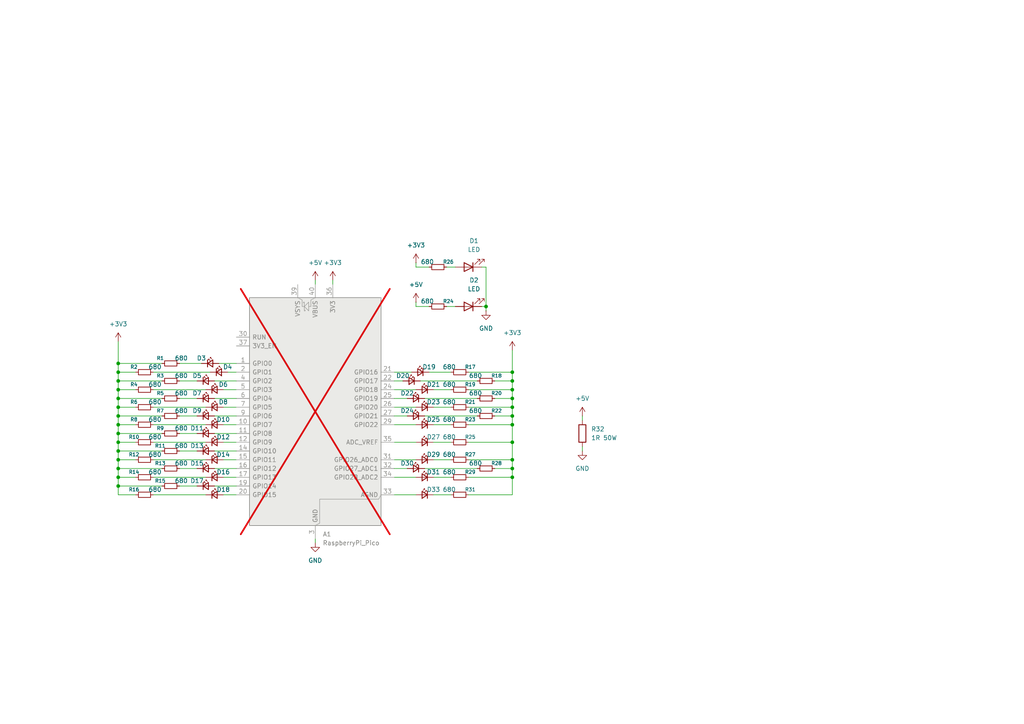
<source format=kicad_sch>
(kicad_sch (version 20250114) (generator "eeschema") (generator_version "9.0")
  (paper "A4")
  (lib_symbols
    (symbol "Device:LED" (pin_numbers (hide yes)) (pin_names (offset 1.016) (hide yes))
      (property "Reference" "D" (at 0 2.54 0))
      (property "Value" "LED" (at 0 -2.54 0))
      (symbol "LED_0_1"
        (polyline (pts (xy -3.048 -0.762) (xy -4.572 -2.286) (xy -3.81 -2.286) (xy -4.572 -2.286) (xy -4.572 -1.524)))
        (polyline (pts (xy -1.778 -0.762) (xy -3.302 -2.286) (xy -2.54 -2.286) (xy -3.302 -2.286) (xy -3.302 -1.524)))
        (polyline (pts (xy -1.27 0) (xy 1.27 0)))
        (polyline (pts (xy -1.27 -1.27) (xy -1.27 1.27)) (stroke (width 0.254)))
        (polyline (pts (xy 1.27 -1.27) (xy 1.27 1.27) (xy -1.27 0) (xy 1.27 -1.27)) (stroke (width 0.254)))
      )
      (symbol "LED_1_1"
        (pin passive line (at -3.81 0 0) (length 2.54) (name "K") (number "1"))
        (pin passive line (at 3.81 0 180) (length 2.54) (name "A") (number "2"))
      )
    )
    (symbol "Device:LED_Small" (pin_numbers (hide yes)) (pin_names (offset 0.254) (hide yes))
      (property "Reference" "D" (at -1.27 3.175 0))
      (property "Value" "LED_Small" (at -4.445 -2.54 0))
      (symbol "LED_Small_0_1"
        (polyline (pts (xy -0.762 -1.016) (xy -0.762 1.016)) (stroke (width 0.254)))
        (polyline (pts (xy 0 0.762) (xy -0.508 1.27) (xy -0.254 1.27) (xy -0.508 1.27) (xy -0.508 1.016)))
        (polyline (pts (xy 0.508 1.27) (xy 0 1.778) (xy 0.254 1.778) (xy 0 1.778) (xy 0 1.524)))
        (polyline (pts (xy 0.762 -1.016) (xy -0.762 0) (xy 0.762 1.016) (xy 0.762 -1.016)) (stroke (width 0.254)))
        (polyline (pts (xy 1.016 0) (xy -0.762 0)))
      )
      (symbol "LED_Small_1_1"
        (pin passive line (at -2.54 0 0) (length 1.778) (name "K") (number "1"))
        (pin passive line (at 2.54 0 180) (length 1.778) (name "A") (number "2"))
      )
    )
    (symbol "Device:R" (pin_numbers (hide yes)) (pin_names (offset 0))
      (property "Reference" "R" (at 2.032 0 90))
      (property "Value" "R" (at 0 0 90))
      (symbol "R_0_1"
        (rectangle (start -1.016 -2.54) (end 1.016 2.54) (stroke (width 0.254)))
      )
      (symbol "R_1_1"
        (pin passive line (at 0 3.81 270) (length 1.27) (name "~") (number "1"))
        (pin passive line (at 0 -3.81 90) (length 1.27) (name "~") (number "2"))
      )
    )
    (symbol "Device:R_Small" (pin_numbers (hide yes)) (pin_names (offset 0.254) (hide yes))
      (property "Reference" "R" (at 0 0 90))
      (property "Value" "R_Small" (at 1.778 0 90))
      (symbol "R_Small_0_1"
        (rectangle (start -0.762 1.778) (end 0.762 -1.778) (stroke (width 0.2032)))
      )
      (symbol "R_Small_1_1"
        (pin passive line (at 0 2.54 270) (length 0.762) (name "~") (number "1"))
        (pin passive line (at 0 -2.54 90) (length 0.762) (name "~") (number "2"))
      )
    )
    (symbol "MCU_Module:RaspberryPi_Pico" (pin_names (offset 0.762))
      (property "Reference" "A" (at -19.05 35.56 0))
      (property "Value" "RaspberryPi_Pico" (at 7.62 35.56 0))
      (symbol "RaspberryPi_Pico_0_1"
        (rectangle (start -19.05 34.29) (end 19.05 -31.75) (stroke (width 0.254)) (fill (type background)))
        (polyline (pts (xy -5.08 34.29) (xy -3.81 33.655) (xy -3.81 31.75) (xy -3.175 31.75)))
        (polyline (pts (xy -3.429 32.766) (xy -3.429 33.02) (xy -3.175 33.02) (xy -3.175 30.48) (xy -2.921 30.48) (xy -2.921 30.734)))
        (polyline (pts (xy -3.175 31.75) (xy -1.905 33.02) (xy -1.905 30.48) (xy -3.175 31.75)))
        (polyline (pts (xy 0 34.29) (xy -1.27 33.655) (xy -1.27 31.75) (xy -1.905 31.75)))
        (polyline (pts (xy 0 -31.75) (xy 1.27 -31.115) (xy 1.27 -24.13) (xy 18.415 -24.13) (xy 19.05 -22.86)))
      )
      (symbol "RaspberryPi_Pico_1_1"
        (pin passive line (at -22.86 22.86 0) (length 3.81) (name "RUN") (number "30"))
        (pin passive line (at -22.86 20.32 0) (length 3.81) (name "3V3_EN") (number "37"))
        (pin bidirectional line (at -22.86 15.24 0) (length 3.81) (name "GPIO0") (number "1"))
        (pin bidirectional line (at -22.86 12.7 0) (length 3.81) (name "GPIO1") (number "2"))
        (pin bidirectional line (at -22.86 10.16 0) (length 3.81) (name "GPIO2") (number "4"))
        (pin bidirectional line (at -22.86 7.62 0) (length 3.81) (name "GPIO3") (number "5"))
        (pin bidirectional line (at -22.86 5.08 0) (length 3.81) (name "GPIO4") (number "6"))
        (pin bidirectional line (at -22.86 2.54 0) (length 3.81) (name "GPIO5") (number "7"))
        (pin bidirectional line (at -22.86 0 0) (length 3.81) (name "GPIO6") (number "9"))
        (pin bidirectional line (at -22.86 -2.54 0) (length 3.81) (name "GPIO7") (number "10"))
        (pin bidirectional line (at -22.86 -5.08 0) (length 3.81) (name "GPIO8") (number "11"))
        (pin bidirectional line (at -22.86 -7.62 0) (length 3.81) (name "GPIO9") (number "12"))
        (pin bidirectional line (at -22.86 -10.16 0) (length 3.81) (name "GPIO10") (number "14"))
        (pin bidirectional line (at -22.86 -12.7 0) (length 3.81) (name "GPIO11") (number "15"))
        (pin bidirectional line (at -22.86 -15.24 0) (length 3.81) (name "GPIO12") (number "16"))
        (pin bidirectional line (at -22.86 -17.78 0) (length 3.81) (name "GPIO13") (number "17"))
        (pin bidirectional line (at -22.86 -20.32 0) (length 3.81) (name "GPIO14") (number "19"))
        (pin bidirectional line (at -22.86 -22.86 0) (length 3.81) (name "GPIO15") (number "20"))
        (pin power_in line (at -5.08 38.1 270) (length 3.81) (name "VSYS") (number "39"))
        (pin power_out line (at 0 38.1 270) (length 3.81) (name "VBUS") (number "40"))
        (pin passive line (at 0 -35.56 90) (length 3.81) (hide yes) (name "GND") (number "13"))
        (pin passive line (at 0 -35.56 90) (length 3.81) (hide yes) (name "GND") (number "18"))
        (pin passive line (at 0 -35.56 90) (length 3.81) (hide yes) (name "GND") (number "23"))
        (pin passive line (at 0 -35.56 90) (length 3.81) (hide yes) (name "GND") (number "28"))
        (pin power_out line (at 0 -35.56 90) (length 3.81) (name "GND") (number "3"))
        (pin passive line (at 0 -35.56 90) (length 3.81) (hide yes) (name "GND") (number "38"))
        (pin passive line (at 0 -35.56 90) (length 3.81) (hide yes) (name "GND") (number "8"))
        (pin power_out line (at 5.08 38.1 270) (length 3.81) (name "3V3") (number "36"))
        (pin bidirectional line (at 22.86 12.7 180) (length 3.81) (name "GPIO16") (number "21"))
        (pin bidirectional line (at 22.86 10.16 180) (length 3.81) (name "GPIO17") (number "22"))
        (pin bidirectional line (at 22.86 7.62 180) (length 3.81) (name "GPIO18") (number "24"))
        (pin bidirectional line (at 22.86 5.08 180) (length 3.81) (name "GPIO19") (number "25"))
        (pin bidirectional line (at 22.86 2.54 180) (length 3.81) (name "GPIO20") (number "26"))
        (pin bidirectional line (at 22.86 0 180) (length 3.81) (name "GPIO21") (number "27"))
        (pin bidirectional line (at 22.86 -2.54 180) (length 3.81) (name "GPIO22") (number "29"))
        (pin power_in line (at 22.86 -7.62 180) (length 3.81) (name "ADC_VREF") (number "35"))
        (pin bidirectional line (at 22.86 -12.7 180) (length 3.81) (name "GPIO26_ADC0") (number "31"))
        (pin bidirectional line (at 22.86 -15.24 180) (length 3.81) (name "GPIO27_ADC1") (number "32"))
        (pin bidirectional line (at 22.86 -17.78 180) (length 3.81) (name "GPIO28_ADC2") (number "34"))
        (pin power_out line (at 22.86 -22.86 180) (length 3.81) (name "AGND") (number "33"))
      )
    )
    (symbol "power:+3V3" (power) (pin_numbers (hide yes)) (pin_names (offset 0) (hide yes))
      (property "Value" "+3V3" (at 0 3.556 0))
      (symbol "+3V3_0_1"
        (polyline (pts (xy -0.762 1.27) (xy 0 2.54)))
        (polyline (pts (xy 0 2.54) (xy 0.762 1.27)))
        (polyline (pts (xy 0 0) (xy 0 2.54)))
      )
      (symbol "+3V3_1_1"
        (pin power_in line (at 0 0 90) (length 0) (name "~") (number "1"))
      )
    )
    (symbol "power:+5V" (power) (pin_numbers (hide yes)) (pin_names (offset 0) (hide yes))
      (property "Value" "+5V" (at 0 3.556 0))
      (symbol "+5V_0_1"
        (polyline (pts (xy -0.762 1.27) (xy 0 2.54)))
        (polyline (pts (xy 0 2.54) (xy 0.762 1.27)))
        (polyline (pts (xy 0 0) (xy 0 2.54)))
      )
      (symbol "+5V_1_1"
        (pin power_in line (at 0 0 90) (length 0) (name "~") (number "1"))
      )
    )
    (symbol "power:GND" (power) (pin_numbers (hide yes)) (pin_names (offset 0) (hide yes))
      (property "Value" "GND" (at 0 -3.81 0))
      (symbol "GND_0_1"
        (polyline (pts (xy 0 0) (xy 0 -1.27) (xy 1.27 -1.27) (xy 0 -2.54) (xy -1.27 -1.27) (xy 0 -1.27)))
      )
      (symbol "GND_1_1"
        (pin power_in line (at 0 0 270) (length 0) (name "~") (number "1"))
      )
    )
  )
  (junction (at 34.29 128.27))
  (junction (at 148.59 118.11))
  (junction (at 34.29 140.97))
  (junction (at 34.29 123.19))
  (junction (at 34.29 110.49))
  (junction (at 148.59 120.65))
  (junction (at 148.59 138.43))
  (junction (at 148.59 133.35))
  (junction (at 148.59 135.89))
  (junction (at 148.59 123.19))
  (junction (at 34.29 130.81))
  (junction (at 34.29 105.41))
  (junction (at 148.59 115.57))
  (junction (at 34.29 120.65))
  (junction (at 34.29 115.57))
  (junction (at 148.59 128.27))
  (junction (at 34.29 113.03))
  (junction (at 34.29 118.11))
  (junction (at 34.29 125.73))
  (junction (at 34.29 135.89))
  (junction (at 140.97 88.9))
  (junction (at 148.59 113.03))
  (junction (at 148.59 107.95))
  (junction (at 34.29 133.35))
  (junction (at 34.29 138.43))
  (junction (at 148.59 110.49))
  (junction (at 34.29 107.95))
  (wire (pts (xy 52.07 125.73) (xy 57.15 125.73)))
  (wire (pts (xy 148.59 128.27) (xy 148.59 133.35)))
  (wire (pts (xy 130.81 118.11) (xy 125.73 118.11)))
  (wire (pts (xy 44.45 128.27) (xy 59.69 128.27)))
  (wire (pts (xy 44.45 143.51) (xy 59.69 143.51)))
  (wire (pts (xy 119.38 107.95) (xy 114.3 107.95)))
  (wire (pts (xy 46.99 140.97) (xy 34.29 140.97)))
  (wire (pts (xy 64.77 113.03) (xy 68.58 113.03)))
  (wire (pts (xy 135.89 107.95) (xy 148.59 107.95)))
  (wire (pts (xy 34.29 123.19) (xy 34.29 125.73)))
  (wire (pts (xy 46.99 110.49) (xy 34.29 110.49)))
  (wire (pts (xy 138.43 135.89) (xy 123.19 135.89)))
  (wire (pts (xy 120.65 138.43) (xy 114.3 138.43)))
  (wire (pts (xy 120.65 113.03) (xy 114.3 113.03)))
  (wire (pts (xy 62.23 115.57) (xy 68.58 115.57)))
  (wire (pts (xy 34.29 138.43) (xy 34.29 140.97)))
  (wire (pts (xy 62.23 125.73) (xy 68.58 125.73)))
  (wire (pts (xy 129.54 88.9) (xy 132.08 88.9)))
  (wire (pts (xy 135.89 133.35) (xy 148.59 133.35)))
  (wire (pts (xy 44.45 138.43) (xy 59.69 138.43)))
  (wire (pts (xy 52.07 130.81) (xy 57.15 130.81)))
  (wire (pts (xy 39.37 107.95) (xy 34.29 107.95)))
  (wire (pts (xy 148.59 101.6) (xy 148.59 107.95)))
  (wire (pts (xy 34.29 115.57) (xy 34.29 118.11)))
  (wire (pts (xy 39.37 138.43) (xy 34.29 138.43)))
  (wire (pts (xy 34.29 118.11) (xy 39.37 118.11)))
  (wire (pts (xy 46.99 120.65) (xy 34.29 120.65)))
  (wire (pts (xy 62.23 130.81) (xy 68.58 130.81)))
  (wire (pts (xy 46.99 125.73) (xy 34.29 125.73)))
  (wire (pts (xy 46.99 135.89) (xy 34.29 135.89)))
  (wire (pts (xy 64.77 133.35) (xy 68.58 133.35)))
  (wire (pts (xy 34.29 133.35) (xy 34.29 135.89)))
  (wire (pts (xy 130.81 123.19) (xy 125.73 123.19)))
  (wire (pts (xy 135.89 118.11) (xy 148.59 118.11)))
  (wire (pts (xy 52.07 140.97) (xy 57.15 140.97)))
  (wire (pts (xy 140.97 77.47) (xy 139.7 77.47)))
  (wire (pts (xy 138.43 110.49) (xy 121.92 110.49)))
  (wire (pts (xy 34.29 113.03) (xy 34.29 115.57)))
  (wire (pts (xy 148.59 135.89) (xy 148.59 138.43)))
  (wire (pts (xy 44.45 133.35) (xy 59.69 133.35)))
  (wire (pts (xy 96.52 81.28) (xy 96.52 82.55)))
  (wire (pts (xy 120.65 87.63) (xy 120.65 88.9)))
  (wire (pts (xy 34.29 135.89) (xy 34.29 138.43)))
  (wire (pts (xy 34.29 128.27) (xy 34.29 130.81)))
  (wire (pts (xy 120.65 77.47) (xy 120.65 76.2)))
  (wire (pts (xy 138.43 120.65) (xy 123.19 120.65)))
  (wire (pts (xy 143.51 115.57) (xy 148.59 115.57)))
  (wire (pts (xy 52.07 105.41) (xy 58.42 105.41)))
  (wire (pts (xy 139.7 88.9) (xy 140.97 88.9)))
  (wire (pts (xy 130.81 107.95) (xy 124.46 107.95)))
  (wire (pts (xy 64.77 123.19) (xy 68.58 123.19)))
  (wire (pts (xy 118.11 115.57) (xy 114.3 115.57)))
  (wire (pts (xy 135.89 143.51) (xy 148.59 143.51)))
  (wire (pts (xy 148.59 107.95) (xy 148.59 110.49)))
  (wire (pts (xy 148.59 135.89) (xy 143.51 135.89)))
  (wire (pts (xy 130.81 138.43) (xy 125.73 138.43)))
  (wire (pts (xy 34.29 130.81) (xy 34.29 133.35)))
  (wire (pts (xy 39.37 128.27) (xy 34.29 128.27)))
  (wire (pts (xy 138.43 115.57) (xy 123.19 115.57)))
  (wire (pts (xy 130.81 133.35) (xy 125.73 133.35)))
  (wire (pts (xy 52.07 120.65) (xy 57.15 120.65)))
  (wire (pts (xy 148.59 133.35) (xy 148.59 135.89)))
  (wire (pts (xy 39.37 143.51) (xy 34.29 143.51)))
  (wire (pts (xy 148.59 118.11) (xy 148.59 120.65)))
  (wire (pts (xy 148.59 138.43) (xy 148.59 143.51)))
  (wire (pts (xy 44.45 123.19) (xy 59.69 123.19)))
  (wire (pts (xy 91.44 81.28) (xy 91.44 82.55)))
  (wire (pts (xy 135.89 128.27) (xy 148.59 128.27)))
  (wire (pts (xy 168.91 120.65) (xy 168.91 121.92)))
  (wire (pts (xy 120.65 118.11) (xy 114.3 118.11)))
  (wire (pts (xy 64.77 138.43) (xy 68.58 138.43)))
  (wire (pts (xy 140.97 88.9) (xy 140.97 77.47)))
  (wire (pts (xy 46.99 130.81) (xy 34.29 130.81)))
  (wire (pts (xy 148.59 110.49) (xy 148.59 113.03)))
  (wire (pts (xy 64.77 118.11) (xy 68.58 118.11)))
  (wire (pts (xy 62.23 120.65) (xy 68.58 120.65)))
  (wire (pts (xy 34.29 105.41) (xy 34.29 107.95)))
  (wire (pts (xy 140.97 90.17) (xy 140.97 88.9)))
  (wire (pts (xy 120.65 77.47) (xy 124.46 77.47)))
  (wire (pts (xy 135.89 123.19) (xy 148.59 123.19)))
  (wire (pts (xy 135.89 138.43) (xy 148.59 138.43)))
  (wire (pts (xy 120.65 88.9) (xy 124.46 88.9)))
  (wire (pts (xy 148.59 115.57) (xy 148.59 118.11)))
  (wire (pts (xy 62.23 110.49) (xy 68.58 110.49)))
  (wire (pts (xy 130.81 113.03) (xy 125.73 113.03)))
  (wire (pts (xy 39.37 123.19) (xy 34.29 123.19)))
  (wire (pts (xy 52.07 110.49) (xy 57.15 110.49)))
  (wire (pts (xy 129.54 77.47) (xy 132.08 77.47)))
  (wire (pts (xy 44.45 107.95) (xy 60.96 107.95)))
  (wire (pts (xy 34.29 99.06) (xy 34.29 105.41)))
  (wire (pts (xy 148.59 123.19) (xy 148.59 128.27)))
  (wire (pts (xy 34.29 107.95) (xy 34.29 110.49)))
  (wire (pts (xy 148.59 120.65) (xy 143.51 120.65)))
  (wire (pts (xy 143.51 110.49) (xy 148.59 110.49)))
  (wire (pts (xy 66.04 107.95) (xy 68.58 107.95)))
  (wire (pts (xy 120.65 133.35) (xy 114.3 133.35)))
  (wire (pts (xy 46.99 115.57) (xy 34.29 115.57)))
  (wire (pts (xy 120.65 123.19) (xy 114.3 123.19)))
  (wire (pts (xy 39.37 113.03) (xy 34.29 113.03)))
  (wire (pts (xy 34.29 125.73) (xy 34.29 128.27)))
  (wire (pts (xy 34.29 120.65) (xy 34.29 123.19)))
  (wire (pts (xy 63.5 105.41) (xy 68.58 105.41)))
  (wire (pts (xy 64.77 128.27) (xy 68.58 128.27)))
  (wire (pts (xy 52.07 115.57) (xy 57.15 115.57)))
  (wire (pts (xy 34.29 133.35) (xy 39.37 133.35)))
  (wire (pts (xy 44.45 113.03) (xy 59.69 113.03)))
  (wire (pts (xy 34.29 143.51) (xy 34.29 140.97)))
  (wire (pts (xy 148.59 120.65) (xy 148.59 123.19)))
  (wire (pts (xy 46.99 105.41) (xy 34.29 105.41)))
  (wire (pts (xy 130.81 143.51) (xy 125.73 143.51)))
  (wire (pts (xy 148.59 113.03) (xy 148.59 115.57)))
  (wire (pts (xy 120.65 128.27) (xy 114.3 128.27)))
  (wire (pts (xy 62.23 140.97) (xy 68.58 140.97)))
  (wire (pts (xy 64.77 143.51) (xy 68.58 143.51)))
  (wire (pts (xy 34.29 110.49) (xy 34.29 113.03)))
  (wire (pts (xy 62.23 135.89) (xy 68.58 135.89)))
  (wire (pts (xy 52.07 135.89) (xy 57.15 135.89)))
  (wire (pts (xy 118.11 135.89) (xy 114.3 135.89)))
  (wire (pts (xy 44.45 118.11) (xy 59.69 118.11)))
  (wire (pts (xy 120.65 143.51) (xy 114.3 143.51)))
  (wire (pts (xy 130.81 128.27) (xy 125.73 128.27)))
  (wire (pts (xy 116.84 110.49) (xy 114.3 110.49)))
  (wire (pts (xy 168.91 129.54) (xy 168.91 130.81)))
  (wire (pts (xy 91.44 156.21) (xy 91.44 157.48)))
  (wire (pts (xy 34.29 118.11) (xy 34.29 120.65)))
  (wire (pts (xy 118.11 120.65) (xy 114.3 120.65)))
  (wire (pts (xy 135.89 113.03) (xy 148.59 113.03)))
  (symbol (lib_id "power:+5V") (at 91.44 81.28 0) (unit 1)
    (property "Reference" "#PWR01" (effects (hide yes)))
    (property "Value" "+5V" (at 91.44 76.2 0))
    (property "Description" "Power symbol creates a global label with name \"+5V\"" (effects (hide yes)))
  )
  (symbol (lib_id "Device:R_Small") (at 133.35 128.27 270) (mirror x) (unit 1)
    (property "Reference" "R25" (at 136.398 126.746 90) (effects (font (size 1.016 1.016))))
    (property "Value" "680" (at 130.302 126.746 90))
    (property "Footprint" "Resistor_SMD:R_0603_1608Metric" (effects (hide yes)))
    (property "Description" "Resistor, small symbol" (effects (hide yes)))
    (property "LCSC Part #" "C23228" (effects (hide yes)))
  )
  (symbol (lib_id "Device:LED_Small") (at 120.65 120.65 0) (mirror y) (unit 1)
    (property "Reference" "D24" (at 118.11 119.126 0))
    (property "Value" "LED" (effects (hide yes)))
    (property "Footprint" "LED_SMD:LED_0603_1608Metric" (effects (hide yes)))
    (property "Description" "Light emitting diode, small symbol" (effects (hide yes)))
    (property "Sim.Pins" "1=K 2=A" (effects (hide yes)))
    (property "LCSC Part #" "C2290" (effects (hide yes)))
  )
  (symbol (lib_id "Device:R_Small") (at 133.35 133.35 270) (mirror x) (unit 1)
    (property "Reference" "R27" (at 136.398 131.826 90) (effects (font (size 1.016 1.016))))
    (property "Value" "680" (at 130.302 131.826 90))
    (property "Footprint" "Resistor_SMD:R_0603_1608Metric" (effects (hide yes)))
    (property "Description" "Resistor, small symbol" (effects (hide yes)))
    (property "LCSC Part #" "C23228" (effects (hide yes)))
  )
  (symbol (lib_id "Device:LED_Small") (at 123.19 143.51 0) (mirror y) (unit 1)
    (property "Reference" "D33" (at 125.73 141.986 0))
    (property "Value" "LED" (effects (hide yes)))
    (property "Footprint" "LED_SMD:LED_0603_1608Metric" (effects (hide yes)))
    (property "Description" "Light emitting diode, small symbol" (effects (hide yes)))
    (property "Sim.Pins" "1=K 2=A" (effects (hide yes)))
    (property "LCSC Part #" "C2290" (effects (hide yes)))
  )
  (symbol (lib_id "Device:LED_Small") (at 59.69 135.89 0) (unit 1)
    (property "Reference" "D15" (at 57.15 134.366 0))
    (property "Value" "LED" (effects (hide yes)))
    (property "Footprint" "LED_SMD:LED_0603_1608Metric" (effects (hide yes)))
    (property "Description" "Light emitting diode, small symbol" (effects (hide yes)))
    (property "Sim.Pins" "1=K 2=A" (effects (hide yes)))
    (property "LCSC Part #" "C2290" (effects (hide yes)))
  )
  (symbol (lib_id "Device:R_Small") (at 133.35 123.19 270) (mirror x) (unit 1)
    (property "Reference" "R23" (at 136.398 121.666 90) (effects (font (size 1.016 1.016))))
    (property "Value" "680" (at 130.302 121.666 90))
    (property "Footprint" "Resistor_SMD:R_0603_1608Metric" (effects (hide yes)))
    (property "Description" "Resistor, small symbol" (effects (hide yes)))
    (property "LCSC Part #" "C23228" (effects (hide yes)))
  )
  (symbol (lib_id "Device:R_Small") (at 133.35 113.03 270) (mirror x) (unit 1)
    (property "Reference" "R19" (at 136.398 111.506 90) (effects (font (size 1.016 1.016))))
    (property "Value" "680" (at 130.302 111.506 90))
    (property "Footprint" "Resistor_SMD:R_0603_1608Metric" (effects (hide yes)))
    (property "Description" "Resistor, small symbol" (effects (hide yes)))
    (property "LCSC Part #" "C23228" (effects (hide yes)))
  )
  (symbol (lib_id "Device:R_Small") (at 41.91 138.43 90) (unit 1)
    (property "Reference" "R14" (at 38.862 136.906 90) (effects (font (size 1.016 1.016))))
    (property "Value" "680" (at 44.958 136.906 90))
    (property "Footprint" "Resistor_SMD:R_0603_1608Metric" (effects (hide yes)))
    (property "Description" "Resistor, small symbol" (effects (hide yes)))
    (property "LCSC Part #" "C23228" (effects (hide yes)))
  )
  (symbol (lib_id "Device:R_Small") (at 49.53 125.73 90) (unit 1)
    (property "Reference" "R9" (at 46.482 124.206 90) (effects (font (size 1.016 1.016))))
    (property "Value" "680" (at 52.578 124.206 90))
    (property "Footprint" "Resistor_SMD:R_0603_1608Metric" (effects (hide yes)))
    (property "Description" "Resistor, small symbol" (effects (hide yes)))
    (property "LCSC Part #" "C23228" (effects (hide yes)))
  )
  (symbol (lib_id "power:+3V3") (at 34.29 99.06 0) (unit 1)
    (property "Reference" "#PWR05" (effects (hide yes)))
    (property "Value" "+3V3" (at 34.29 93.98 0))
    (property "Description" "Power symbol creates a global label with name \"+3V3\"" (effects (hide yes)))
  )
  (symbol (lib_id "Device:LED_Small") (at 60.96 105.41 0) (unit 1)
    (property "Reference" "D3" (at 58.42 103.886 0))
    (property "Value" "LED" (effects (hide yes)))
    (property "Footprint" "LED_SMD:LED_0603_1608Metric" (effects (hide yes)))
    (property "Description" "Light emitting diode, small symbol" (effects (hide yes)))
    (property "Sim.Pins" "1=K 2=A" (effects (hide yes)))
    (property "LCSC Part #" "C2290" (effects (hide yes)))
  )
  (symbol (lib_id "Device:LED_Small") (at 62.23 113.03 0) (unit 1)
    (property "Reference" "D6" (at 64.77 111.506 0))
    (property "Value" "LED" (effects (hide yes)))
    (property "Footprint" "LED_SMD:LED_0603_1608Metric" (effects (hide yes)))
    (property "Description" "Light emitting diode, small symbol" (effects (hide yes)))
    (property "Sim.Pins" "1=K 2=A" (effects (hide yes)))
    (property "LCSC Part #" "C2290" (effects (hide yes)))
  )
  (symbol (lib_id "Device:R_Small") (at 49.53 135.89 90) (unit 1)
    (property "Reference" "R13" (at 46.482 134.366 90) (effects (font (size 1.016 1.016))))
    (property "Value" "680" (at 52.578 134.366 90))
    (property "Footprint" "Resistor_SMD:R_0603_1608Metric" (effects (hide yes)))
    (property "Description" "Resistor, small symbol" (effects (hide yes)))
    (property "LCSC Part #" "C23228" (effects (hide yes)))
  )
  (symbol (lib_id "Device:LED_Small") (at 59.69 125.73 0) (unit 1)
    (property "Reference" "D11" (at 57.15 124.206 0))
    (property "Value" "LED" (effects (hide yes)))
    (property "Footprint" "LED_SMD:LED_0603_1608Metric" (effects (hide yes)))
    (property "Description" "Light emitting diode, small symbol" (effects (hide yes)))
    (property "Sim.Pins" "1=K 2=A" (effects (hide yes)))
    (property "LCSC Part #" "C2290" (effects (hide yes)))
  )
  (symbol (lib_id "power:GND") (at 168.91 130.81 0) (unit 1)
    (property "Reference" "#PWR09" (effects (hide yes)))
    (property "Value" "GND" (at 168.91 135.89 0))
    (property "Description" "Power symbol creates a global label with name \"GND\" , ground" (effects (hide yes)))
  )
  (symbol (lib_id "Device:LED_Small") (at 59.69 115.57 0) (unit 1)
    (property "Reference" "D7" (at 57.15 114.046 0))
    (property "Value" "LED" (effects (hide yes)))
    (property "Footprint" "LED_SMD:LED_0603_1608Metric" (effects (hide yes)))
    (property "Description" "Light emitting diode, small symbol" (effects (hide yes)))
    (property "Sim.Pins" "1=K 2=A" (effects (hide yes)))
    (property "LCSC Part #" "C2290" (effects (hide yes)))
  )
  (symbol (lib_id "Device:R_Small") (at 41.91 113.03 90) (unit 1)
    (property "Reference" "R4" (at 38.862 111.506 90) (effects (font (size 1.016 1.016))))
    (property "Value" "680" (at 44.958 111.506 90))
    (property "Footprint" "Resistor_SMD:R_0603_1608Metric" (effects (hide yes)))
    (property "Description" "Resistor, small symbol" (effects (hide yes)))
    (property "LCSC Part #" "C23228" (effects (hide yes)))
  )
  (symbol (lib_id "Device:LED_Small") (at 123.19 113.03 0) (mirror y) (unit 1)
    (property "Reference" "D21" (at 125.73 111.506 0))
    (property "Value" "LED" (effects (hide yes)))
    (property "Footprint" "LED_SMD:LED_0603_1608Metric" (effects (hide yes)))
    (property "Description" "Light emitting diode, small symbol" (effects (hide yes)))
    (property "Sim.Pins" "1=K 2=A" (effects (hide yes)))
    (property "LCSC Part #" "C2290" (effects (hide yes)))
  )
  (symbol (lib_id "Device:R_Small") (at 49.53 110.49 90) (unit 1)
    (property "Reference" "R3" (at 46.482 108.966 90) (effects (font (size 1.016 1.016))))
    (property "Value" "680" (at 52.578 108.966 90))
    (property "Footprint" "Resistor_SMD:R_0603_1608Metric" (effects (hide yes)))
    (property "Description" "Resistor, small symbol" (effects (hide yes)))
    (property "LCSC Part #" "C23228" (effects (hide yes)))
  )
  (symbol (lib_id "Device:LED_Small") (at 120.65 115.57 0) (mirror y) (unit 1)
    (property "Reference" "D22" (at 118.11 114.046 0))
    (property "Value" "LED" (effects (hide yes)))
    (property "Footprint" "LED_SMD:LED_0603_1608Metric" (effects (hide yes)))
    (property "Description" "Light emitting diode, small symbol" (effects (hide yes)))
    (property "Sim.Pins" "1=K 2=A" (effects (hide yes)))
    (property "LCSC Part #" "C2290" (effects (hide yes)))
  )
  (symbol (lib_id "Device:LED_Small") (at 62.23 128.27 0) (unit 1)
    (property "Reference" "D12" (at 64.77 126.746 0))
    (property "Value" "LED" (effects (hide yes)))
    (property "Footprint" "LED_SMD:LED_0603_1608Metric" (effects (hide yes)))
    (property "Description" "Light emitting diode, small symbol" (effects (hide yes)))
    (property "Sim.Pins" "1=K 2=A" (effects (hide yes)))
    (property "LCSC Part #" "C2290" (effects (hide yes)))
  )
  (symbol (lib_id "Device:LED_Small") (at 123.19 128.27 0) (mirror y) (unit 1)
    (property "Reference" "D27" (at 125.73 126.746 0))
    (property "Value" "LED" (effects (hide yes)))
    (property "Footprint" "LED_SMD:LED_0603_1608Metric" (effects (hide yes)))
    (property "Description" "Light emitting diode, small symbol" (effects (hide yes)))
    (property "Sim.Pins" "1=K 2=A" (effects (hide yes)))
    (property "LCSC Part #" "C2290" (effects (hide yes)))
  )
  (symbol (lib_id "Device:R") (at 168.91 125.73 180) (unit 1)
    (property "Reference" "R32" (at 171.45 124.4599 0) (effects (justify right)))
    (property "Value" "1R 50W" (at 171.45 126.9999 0) (effects (justify right)))
    (property "Footprint" "Package_TO_SOT_SMD:TO-263-2_TabPin1" (effects (hide yes)))
    (property "Description" "Resistor" (effects (hide yes)))
    (property "LCSC Part #" "C39221240" (effects (hide yes)))
  )
  (symbol (lib_id "Device:R_Small") (at 41.91 123.19 90) (unit 1)
    (property "Reference" "R8" (at 38.862 121.666 90) (effects (font (size 1.016 1.016))))
    (property "Value" "680" (at 44.958 121.666 90))
    (property "Footprint" "Resistor_SMD:R_0603_1608Metric" (effects (hide yes)))
    (property "Description" "Resistor, small symbol" (effects (hide yes)))
    (property "LCSC Part #" "C23228" (effects (hide yes)))
  )
  (symbol (lib_id "Device:LED_Small") (at 59.69 130.81 0) (unit 1)
    (property "Reference" "D13" (at 57.15 129.286 0))
    (property "Value" "LED" (effects (hide yes)))
    (property "Footprint" "LED_SMD:LED_0603_1608Metric" (effects (hide yes)))
    (property "Description" "Light emitting diode, small symbol" (effects (hide yes)))
    (property "Sim.Pins" "1=K 2=A" (effects (hide yes)))
    (property "LCSC Part #" "C2290" (effects (hide yes)))
  )
  (symbol (lib_id "power:+3V3") (at 120.65 76.2 0) (unit 1)
    (property "Reference" "#PWR03" (effects (hide yes)))
    (property "Value" "+3V3" (at 120.65 71.12 0))
    (property "Description" "Power symbol creates a global label with name \"+3V3\"" (effects (hide yes)))
  )
  (symbol (lib_id "Device:R_Small") (at 133.35 107.95 270) (mirror x) (unit 1)
    (property "Reference" "R17" (at 136.398 106.426 90) (effects (font (size 1.016 1.016))))
    (property "Value" "680" (at 130.302 106.426 90))
    (property "Footprint" "Resistor_SMD:R_0603_1608Metric" (effects (hide yes)))
    (property "Description" "Resistor, small symbol" (effects (hide yes)))
    (property "LCSC Part #" "C23228" (effects (hide yes)))
  )
  (symbol (lib_id "power:+3V3") (at 96.52 81.28 0) (unit 1)
    (property "Reference" "#PWR02" (effects (hide yes)))
    (property "Value" "+3V3" (at 96.52 76.2 0))
    (property "Description" "Power symbol creates a global label with name \"+3V3\"" (effects (hide yes)))
  )
  (symbol (lib_id "Device:LED_Small") (at 123.19 133.35 0) (mirror y) (unit 1)
    (property "Reference" "D29" (at 125.73 131.826 0))
    (property "Value" "LED" (effects (hide yes)))
    (property "Footprint" "LED_SMD:LED_0603_1608Metric" (effects (hide yes)))
    (property "Description" "Light emitting diode, small symbol" (effects (hide yes)))
    (property "Sim.Pins" "1=K 2=A" (effects (hide yes)))
    (property "LCSC Part #" "C2290" (effects (hide yes)))
  )
  (symbol (lib_id "Device:LED_Small") (at 63.5 107.95 0) (unit 1)
    (property "Reference" "D4" (at 66.04 106.426 0))
    (property "Value" "LED" (effects (hide yes)))
    (property "Footprint" "LED_SMD:LED_0603_1608Metric" (effects (hide yes)))
    (property "Description" "Light emitting diode, small symbol" (effects (hide yes)))
    (property "Sim.Pins" "1=K 2=A" (effects (hide yes)))
    (property "LCSC Part #" "C2290" (effects (hide yes)))
  )
  (symbol (lib_id "Device:LED_Small") (at 120.65 135.89 0) (mirror y) (unit 1)
    (property "Reference" "D30" (at 118.11 134.366 0))
    (property "Value" "LED" (effects (hide yes)))
    (property "Footprint" "LED_SMD:LED_0603_1608Metric" (effects (hide yes)))
    (property "Description" "Light emitting diode, small symbol" (effects (hide yes)))
    (property "Sim.Pins" "1=K 2=A" (effects (hide yes)))
    (property "LCSC Part #" "C2290" (effects (hide yes)))
  )
  (symbol (lib_id "Device:LED_Small") (at 119.38 110.49 0) (mirror y) (unit 1)
    (property "Reference" "D20" (at 116.84 108.966 0))
    (property "Value" "LED" (effects (hide yes)))
    (property "Footprint" "LED_SMD:LED_0603_1608Metric" (effects (hide yes)))
    (property "Description" "Light emitting diode, small symbol" (effects (hide yes)))
    (property "Sim.Pins" "1=K 2=A" (effects (hide yes)))
    (property "LCSC Part #" "C2290" (effects (hide yes)))
  )
  (symbol (lib_id "Device:LED_Small") (at 62.23 118.11 0) (unit 1)
    (property "Reference" "D8" (at 64.77 116.586 0))
    (property "Value" "LED" (effects (hide yes)))
    (property "Footprint" "LED_SMD:LED_0603_1608Metric" (effects (hide yes)))
    (property "Description" "Light emitting diode, small symbol" (effects (hide yes)))
    (property "Sim.Pins" "1=K 2=A" (effects (hide yes)))
    (property "LCSC Part #" "C2290" (effects (hide yes)))
  )
  (symbol (lib_id "Device:R_Small") (at 140.97 110.49 270) (mirror x) (unit 1)
    (property "Reference" "R18" (at 144.018 108.966 90) (effects (font (size 1.016 1.016))))
    (property "Value" "680" (at 137.922 108.966 90))
    (property "Footprint" "Resistor_SMD:R_0603_1608Metric" (effects (hide yes)))
    (property "Description" "Resistor, small symbol" (effects (hide yes)))
    (property "LCSC Part #" "C23228" (effects (hide yes)))
  )
  (symbol (lib_id "Device:R_Small") (at 41.91 143.51 90) (unit 1)
    (property "Reference" "R16" (at 38.862 141.986 90) (effects (font (size 1.016 1.016))))
    (property "Value" "680" (at 44.958 141.986 90))
    (property "Footprint" "Resistor_SMD:R_0603_1608Metric" (effects (hide yes)))
    (property "Description" "Resistor, small symbol" (effects (hide yes)))
    (property "LCSC Part #" "C23228" (effects (hide yes)))
  )
  (symbol (lib_id "Device:LED") (at 135.89 88.9 180) (unit 1)
    (property "Reference" "D2" (at 137.4775 81.28 0))
    (property "Value" "LED" (at 137.4775 83.82 0))
    (property "Footprint" "LED_SMD:LED_0603_1608Metric" (effects (hide yes)))
    (property "Description" "Light emitting diode" (effects (hide yes)))
    (property "Sim.Pins" "1=K 2=A" (effects (hide yes)))
    (property "LCSC Part #" "C2290" (effects (hide yes)))
  )
  (symbol (lib_id "Device:R_Small") (at 41.91 118.11 90) (unit 1)
    (property "Reference" "R6" (at 38.862 116.586 90) (effects (font (size 1.016 1.016))))
    (property "Value" "680" (at 44.958 116.586 90))
    (property "Footprint" "Resistor_SMD:R_0603_1608Metric" (effects (hide yes)))
    (property "Description" "Resistor, small symbol" (effects (hide yes)))
    (property "LCSC Part #" "C23228" (effects (hide yes)))
  )
  (symbol (lib_id "Device:R_Small") (at 127 88.9 270) (mirror x) (unit 1)
    (property "Reference" "R24" (at 130.048 87.376 90) (effects (font (size 1.016 1.016))))
    (property "Value" "680" (at 123.952 87.376 90))
    (property "Footprint" "Resistor_SMD:R_0603_1608Metric" (effects (hide yes)))
    (property "Description" "Resistor, small symbol" (effects (hide yes)))
    (property "LCSC Part #" "C23228" (effects (hide yes)))
  )
  (symbol (lib_id "power:+3V3") (at 148.59 101.6 0) (mirror y) (unit 1)
    (property "Reference" "#PWR06" (effects (hide yes)))
    (property "Value" "+3V3" (at 148.59 96.52 0))
    (property "Description" "Power symbol creates a global label with name \"+3V3\"" (effects (hide yes)))
  )
  (symbol (lib_id "Device:R_Small") (at 133.35 143.51 270) (mirror x) (unit 1)
    (property "Reference" "R31" (at 136.398 141.986 90) (effects (font (size 1.016 1.016))))
    (property "Value" "680" (at 130.302 141.986 90))
    (property "Footprint" "Resistor_SMD:R_0603_1608Metric" (effects (hide yes)))
    (property "Description" "Resistor, small symbol" (effects (hide yes)))
    (property "LCSC Part #" "C23228" (effects (hide yes)))
  )
  (symbol (lib_id "Device:R_Small") (at 49.53 120.65 90) (unit 1)
    (property "Reference" "R7" (at 46.482 119.126 90) (effects (font (size 1.016 1.016))))
    (property "Value" "680" (at 52.578 119.126 90))
    (property "Footprint" "Resistor_SMD:R_0603_1608Metric" (effects (hide yes)))
    (property "Description" "Resistor, small symbol" (effects (hide yes)))
    (property "LCSC Part #" "C23228" (effects (hide yes)))
  )
  (symbol (lib_id "power:+5V") (at 120.65 87.63 0) (unit 1)
    (property "Reference" "#PWR04" (effects (hide yes)))
    (property "Value" "+5V" (at 120.65 82.55 0))
    (property "Description" "Power symbol creates a global label with name \"+5V\"" (effects (hide yes)))
  )
  (symbol (lib_id "Device:LED_Small") (at 123.19 138.43 0) (mirror y) (unit 1)
    (property "Reference" "D31" (at 125.73 136.906 0))
    (property "Value" "LED" (effects (hide yes)))
    (property "Footprint" "LED_SMD:LED_0603_1608Metric" (effects (hide yes)))
    (property "Description" "Light emitting diode, small symbol" (effects (hide yes)))
    (property "Sim.Pins" "1=K 2=A" (effects (hide yes)))
    (property "LCSC Part #" "C2290" (effects (hide yes)))
  )
  (symbol (lib_id "Device:LED_Small") (at 62.23 143.51 0) (unit 1)
    (property "Reference" "D18" (at 64.77 141.986 0))
    (property "Value" "LED" (effects (hide yes)))
    (property "Footprint" "LED_SMD:LED_0603_1608Metric" (effects (hide yes)))
    (property "Description" "Light emitting diode, small symbol" (effects (hide yes)))
    (property "Sim.Pins" "1=K 2=A" (effects (hide yes)))
    (property "LCSC Part #" "C2290" (effects (hide yes)))
  )
  (symbol (lib_id "Device:LED_Small") (at 59.69 140.97 0) (unit 1)
    (property "Reference" "D17" (at 57.15 139.446 0))
    (property "Value" "LED" (effects (hide yes)))
    (property "Footprint" "LED_SMD:LED_0603_1608Metric" (effects (hide yes)))
    (property "Description" "Light emitting diode, small symbol" (effects (hide yes)))
    (property "Sim.Pins" "1=K 2=A" (effects (hide yes)))
    (property "LCSC Part #" "C2290" (effects (hide yes)))
  )
  (symbol (lib_id "Device:R_Small") (at 49.53 105.41 90) (unit 1)
    (property "Reference" "R1" (at 46.482 103.886 90) (effects (font (size 1.016 1.016))))
    (property "Value" "680" (at 52.578 103.886 90))
    (property "Footprint" "Resistor_SMD:R_0603_1608Metric" (effects (hide yes)))
    (property "Description" "Resistor, small symbol" (effects (hide yes)))
    (property "LCSC Part #" "C23228" (effects (hide yes)))
  )
  (symbol (lib_id "Device:R_Small") (at 49.53 140.97 90) (unit 1)
    (property "Reference" "R15" (at 46.482 139.446 90) (effects (font (size 1.016 1.016))))
    (property "Value" "680" (at 52.578 139.446 90))
    (property "Footprint" "Resistor_SMD:R_0603_1608Metric" (effects (hide yes)))
    (property "Description" "Resistor, small symbol" (effects (hide yes)))
    (property "LCSC Part #" "C23228" (effects (hide yes)))
  )
  (symbol (lib_id "Device:R_Small") (at 140.97 135.89 270) (mirror x) (unit 1)
    (property "Reference" "R28" (at 144.018 134.366 90) (effects (font (size 1.016 1.016))))
    (property "Value" "680" (at 137.922 134.366 90))
    (property "Footprint" "Resistor_SMD:R_0603_1608Metric" (effects (hide yes)))
    (property "Description" "Resistor, small symbol" (effects (hide yes)))
    (property "LCSC Part #" "C23228" (effects (hide yes)))
  )
  (symbol (lib_id "Device:R_Small") (at 140.97 115.57 270) (mirror x) (unit 1)
    (property "Reference" "R20" (at 144.018 114.046 90) (effects (font (size 1.016 1.016))))
    (property "Value" "680" (at 137.922 114.046 90))
    (property "Footprint" "Resistor_SMD:R_0603_1608Metric" (effects (hide yes)))
    (property "Description" "Resistor, small symbol" (effects (hide yes)))
    (property "LCSC Part #" "C23228" (effects (hide yes)))
  )
  (symbol (lib_id "Device:R_Small") (at 133.35 118.11 270) (mirror x) (unit 1)
    (property "Reference" "R21" (at 136.398 116.586 90) (effects (font (size 1.016 1.016))))
    (property "Value" "680" (at 130.302 116.586 90))
    (property "Footprint" "Resistor_SMD:R_0603_1608Metric" (effects (hide yes)))
    (property "Description" "Resistor, small symbol" (effects (hide yes)))
    (property "LCSC Part #" "C23228" (effects (hide yes)))
  )
  (symbol (lib_id "Device:LED_Small") (at 123.19 118.11 0) (mirror y) (unit 1)
    (property "Reference" "D23" (at 125.73 116.586 0))
    (property "Value" "LED" (effects (hide yes)))
    (property "Footprint" "LED_SMD:LED_0603_1608Metric" (effects (hide yes)))
    (property "Description" "Light emitting diode, small symbol" (effects (hide yes)))
    (property "Sim.Pins" "1=K 2=A" (effects (hide yes)))
    (property "LCSC Part #" "C2290" (effects (hide yes)))
  )
  (symbol (lib_id "Device:LED_Small") (at 62.23 123.19 0) (unit 1)
    (property "Reference" "D10" (at 64.77 121.666 0))
    (property "Value" "LED" (effects (hide yes)))
    (property "Footprint" "LED_SMD:LED_0603_1608Metric" (effects (hide yes)))
    (property "Description" "Light emitting diode, small symbol" (effects (hide yes)))
    (property "Sim.Pins" "1=K 2=A" (effects (hide yes)))
    (property "LCSC Part #" "C2290" (effects (hide yes)))
  )
  (symbol (lib_id "Device:LED_Small") (at 62.23 133.35 0) (unit 1)
    (property "Reference" "D14" (at 64.77 131.826 0))
    (property "Value" "LED" (effects (hide yes)))
    (property "Footprint" "LED_SMD:LED_0603_1608Metric" (effects (hide yes)))
    (property "Description" "Light emitting diode, small symbol" (effects (hide yes)))
    (property "Sim.Pins" "1=K 2=A" (effects (hide yes)))
    (property "LCSC Part #" "C2290" (effects (hide yes)))
  )
  (symbol (lib_id "Device:R_Small") (at 41.91 133.35 90) (unit 1)
    (property "Reference" "R12" (at 38.862 131.826 90) (effects (font (size 1.016 1.016))))
    (property "Value" "680" (at 44.958 131.826 90))
    (property "Footprint" "Resistor_SMD:R_0603_1608Metric" (effects (hide yes)))
    (property "Description" "Resistor, small symbol" (effects (hide yes)))
    (property "LCSC Part #" "C23228" (effects (hide yes)))
  )
  (symbol (lib_id "Device:R_Small") (at 127 77.47 270) (mirror x) (unit 1)
    (property "Reference" "R26" (at 130.048 75.946 90) (effects (font (size 1.016 1.016))))
    (property "Value" "680" (at 123.952 75.946 90))
    (property "Footprint" "Resistor_SMD:R_0603_1608Metric" (effects (hide yes)))
    (property "Description" "Resistor, small symbol" (effects (hide yes)))
    (property "LCSC Part #" "C23228" (effects (hide yes)))
  )
  (symbol (lib_id "Device:LED_Small") (at 59.69 120.65 0) (unit 1)
    (property "Reference" "D9" (at 57.15 119.126 0))
    (property "Value" "LED" (effects (hide yes)))
    (property "Footprint" "LED_SMD:LED_0603_1608Metric" (effects (hide yes)))
    (property "Description" "Light emitting diode, small symbol" (effects (hide yes)))
    (property "Sim.Pins" "1=K 2=A" (effects (hide yes)))
    (property "LCSC Part #" "C2290" (effects (hide yes)))
  )
  (symbol (lib_id "power:+5V") (at 168.91 120.65 0) (unit 1)
    (property "Reference" "#PWR08" (effects (hide yes)))
    (property "Value" "+5V" (at 168.91 115.57 0))
    (property "Description" "Power symbol creates a global label with name \"+5V\"" (effects (hide yes)))
  )
  (symbol (lib_id "Device:LED_Small") (at 59.69 110.49 0) (unit 1)
    (property "Reference" "D5" (at 57.15 108.966 0))
    (property "Value" "LED" (effects (hide yes)))
    (property "Footprint" "LED_SMD:LED_0603_1608Metric" (effects (hide yes)))
    (property "Description" "Light emitting diode, small symbol" (effects (hide yes)))
    (property "Sim.Pins" "1=K 2=A" (effects (hide yes)))
    (property "LCSC Part #" "C2290" (effects (hide yes)))
  )
  (symbol (lib_id "Device:LED_Small") (at 121.92 107.95 0) (mirror y) (unit 1)
    (property "Reference" "D19" (at 124.46 106.426 0))
    (property "Value" "LED" (effects (hide yes)))
    (property "Footprint" "LED_SMD:LED_0603_1608Metric" (effects (hide yes)))
    (property "Description" "Light emitting diode, small symbol" (effects (hide yes)))
    (property "Sim.Pins" "1=K 2=A" (effects (hide yes)))
    (property "LCSC Part #" "C2290" (effects (hide yes)))
  )
  (symbol (lib_id "power:GND") (at 140.97 90.17 0) (unit 1)
    (property "Reference" "#PWR010" (effects (hide yes)))
    (property "Value" "GND" (at 140.97 95.25 0))
    (property "Description" "Power symbol creates a global label with name \"GND\" , ground" (effects (hide yes)))
  )
  (symbol (lib_id "Device:R_Small") (at 140.97 120.65 270) (mirror x) (unit 1)
    (property "Reference" "R22" (at 144.018 119.126 90) (effects (font (size 1.016 1.016))))
    (property "Value" "680" (at 137.922 119.126 90))
    (property "Footprint" "Resistor_SMD:R_0603_1608Metric" (effects (hide yes)))
    (property "Description" "Resistor, small symbol" (effects (hide yes)))
    (property "LCSC Part #" "C23228" (effects (hide yes)))
  )
  (symbol (lib_id "Device:R_Small") (at 133.35 138.43 270) (mirror x) (unit 1)
    (property "Reference" "R29" (at 136.398 136.906 90) (effects (font (size 1.016 1.016))))
    (property "Value" "680" (at 130.302 136.906 90))
    (property "Footprint" "Resistor_SMD:R_0603_1608Metric" (effects (hide yes)))
    (property "Description" "Resistor, small symbol" (effects (hide yes)))
    (property "LCSC Part #" "C23228" (effects (hide yes)))
  )
  (symbol (lib_id "power:GND") (at 91.44 157.48 0) (unit 1)
    (property "Reference" "#PWR07" (effects (hide yes)))
    (property "Value" "GND" (at 91.44 162.56 0))
    (property "Description" "Power symbol creates a global label with name \"GND\" , ground" (effects (hide yes)))
  )
  (symbol (lib_id "Device:R_Small") (at 41.91 128.27 90) (unit 1)
    (property "Reference" "R10" (at 38.862 126.746 90) (effects (font (size 1.016 1.016))))
    (property "Value" "680" (at 44.958 126.746 90))
    (property "Footprint" "Resistor_SMD:R_0603_1608Metric" (effects (hide yes)))
    (property "Description" "Resistor, small symbol" (effects (hide yes)))
    (property "LCSC Part #" "C23228" (effects (hide yes)))
  )
  (symbol (lib_id "Device:R_Small") (at 49.53 130.81 90) (unit 1)
    (property "Reference" "R11" (at 46.482 129.286 90) (effects (font (size 1.016 1.016))))
    (property "Value" "680" (at 52.578 129.286 90))
    (property "Footprint" "Resistor_SMD:R_0603_1608Metric" (effects (hide yes)))
    (property "Description" "Resistor, small symbol" (effects (hide yes)))
    (property "LCSC Part #" "C23228" (effects (hide yes)))
  )
  (symbol (lib_id "Device:LED_Small") (at 123.19 123.19 0) (mirror y) (unit 1)
    (property "Reference" "D25" (at 125.73 121.666 0))
    (property "Value" "LED" (effects (hide yes)))
    (property "Footprint" "LED_SMD:LED_0603_1608Metric" (effects (hide yes)))
    (property "Description" "Light emitting diode, small symbol" (effects (hide yes)))
    (property "Sim.Pins" "1=K 2=A" (effects (hide yes)))
    (property "LCSC Part #" "C2290" (effects (hide yes)))
  )
  (symbol (lib_id "Device:R_Small") (at 49.53 115.57 90) (unit 1)
    (property "Reference" "R5" (at 46.482 114.046 90) (effects (font (size 1.016 1.016))))
    (property "Value" "680" (at 52.578 114.046 90))
    (property "Footprint" "Resistor_SMD:R_0603_1608Metric" (effects (hide yes)))
    (property "Description" "Resistor, small symbol" (effects (hide yes)))
    (property "LCSC Part #" "C23228" (effects (hide yes)))
  )
  (symbol (lib_id "Device:LED") (at 135.89 77.47 180) (unit 1)
    (property "Reference" "D1" (at 137.4775 69.85 0))
    (property "Value" "LED" (at 137.4775 72.39 0))
    (property "Footprint" "LED_SMD:LED_0603_1608Metric" (effects (hide yes)))
    (property "Description" "Light emitting diode" (effects (hide yes)))
    (property "Sim.Pins" "1=K 2=A" (effects (hide yes)))
    (property "LCSC Part #" "C2290" (effects (hide yes)))
  )
  (symbol (lib_id "MCU_Module:RaspberryPi_Pico") (at 91.44 120.65 0) (unit 1) (in_bom no) (dnp yes)
    (property "Reference" "A1" (at 93.5833 154.94 0) (effects (justify left)))
    (property "Value" "RaspberryPi_Pico" (at 93.5833 157.48 0) (effects (justify left)))
    (property "Footprint" "Module:RaspberryPi_Pico_Common_THT" (effects (hide yes)))
    (property "Datasheet" "https://datasheets.raspberrypi.com/pico/pico-datasheet.pdf" (effects (hide yes)))
    (property "Description" "Versatile and inexpensive microcontroller module powered by RP2040 dual-core Arm Cortex-M0+ processor up to 133 MHz, 264kB SRAM, 2MB QSPI flash; also supports Raspberry Pi Pico 2" (effects (hide yes)))
  )
  (symbol (lib_id "Device:LED_Small") (at 62.23 138.43 0) (unit 1)
    (property "Reference" "D16" (at 64.77 136.906 0))
    (property "Value" "LED" (effects (hide yes)))
    (property "Footprint" "LED_SMD:LED_0603_1608Metric" (effects (hide yes)))
    (property "Description" "Light emitting diode, small symbol" (effects (hide yes)))
    (property "Sim.Pins" "1=K 2=A" (effects (hide yes)))
    (property "LCSC Part #" "C2290" (effects (hide yes)))
  )
  (symbol (lib_id "Device:R_Small") (at 41.91 107.95 90) (unit 1)
    (property "Reference" "R2" (at 38.862 106.426 90) (effects (font (size 1.016 1.016))))
    (property "Value" "680" (at 44.958 106.426 90))
    (property "Footprint" "Resistor_SMD:R_0603_1608Metric" (effects (hide yes)))
    (property "Description" "Resistor, small symbol" (effects (hide yes)))
    (property "LCSC Part #" "C23228" (effects (hide yes)))
  )
)
</source>
